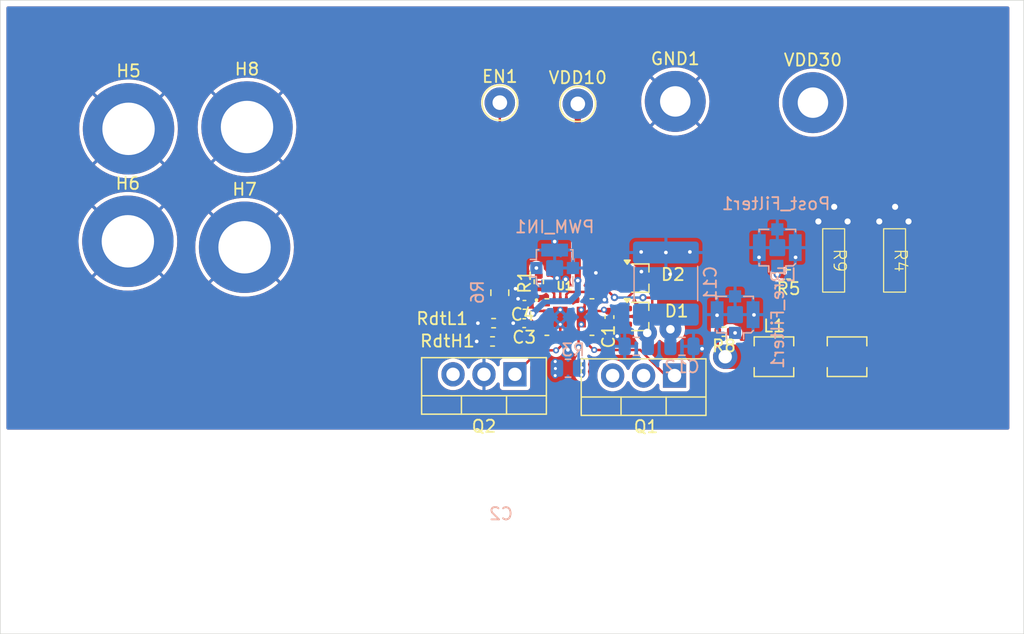
<source format=kicad_pcb>
(kicad_pcb (version 20240108) (generator "pcbnew") (generator_version "8.0")
  (layers (0 "F.Cu" signal) (1 "In1.Cu" power) (2 "In2.Cu" mixed) (31 "B.Cu" power) (34 "B.Paste" user) (35 "F.Paste" user) (36 "B.SilkS" user "B.Silkscreen") (37 "F.SilkS" user "F.Silkscreen") (38 "B.Mask" user) (39 "F.Mask" user) (44 "Edge.Cuts" user))
  (net 0 "")
  (net 1 "GND")
  (net 2 "/Q2D")
  (net 3 "Net-(L1-Pad2)")
  (net 4 "Net-(U1-DLH)")
  (net 5 "Net-(U1-DHL)")
  (net 6 "/BST1")
  (net 7 "/HS1")
  (net 8 "/HB1")
  (net 9 "/VDD30")
  (net 10 "/VCC1")
  (net 11 "/VDD10")
  (net 12 "/EN1")
  (net 13 "/PWM1")
  (net 14 "/LO1")
  (net 15 "/RL1")
  (net 16 "/Pre_Filter1")
  (net 17 "/HO1")
  (net 18 "Net-(U1-PWM{slash}LI)")
  (net 19 "/N1RL")
  (footprint "Resistor_SMD:R_0402_1005Metric" (layer "F.Cu") (at 142.7 38.5 180)
    (property "Reference" "R5" (at 0 -1.17 0) (layer "F.SilkS"))
    (property "Value" "47")
    (fp_line (start -0.153641 0.38) (end 0.153641 0.38) (stroke (width 0.12)) (layer "F.SilkS"))
    (fp_line (start -0.153641 -0.38) (end 0.153641 -0.38) (stroke (width 0.12)) (layer "F.SilkS"))
    (pad "1" smd roundrect (at -0.51 0 180) (size 0.54 0.64) (layers "F.Cu" "F.Paste" "F.Mask") (net 19 "/N1RL"))
    (pad "2" smd roundrect (at 0.51 0 180) (size 0.54 0.64) (layers "F.Cu" "F.Paste" "F.Mask") (net 15 "/RL1"))
  )
  (footprint "TestPoint:TestPoint_THTPad_D2.5mm_Drill1.2mm" (layer "F.Cu") (at 119 24.4)
    (property "Reference" "EN1" (at 0 -2.148 0) (layer "F.SilkS"))
    (property "Value" "MountingHole_Pad")
    (fp_circle (center 0 0) (end 0 1.45) (stroke (width 0.12)) (fill none) (layer "F.SilkS"))
    (pad "1" thru_hole circle (at 0 0) (size 2.5 2.5) (drill 1.2) (layers "*.Cu" "*.Mask") (net 12 "/EN1"))
  )
  (footprint "MountingHole:MountingHole_2.5mm_Pad_TopBottom" (layer "F.Cu") (at 133.4 24.3)
    (property "Reference" "GND1" (at 0 -3.5 0) (layer "F.SilkS"))
    (property "Value" "MountingHole_Pad")
    (pad "1" thru_hole circle (at 0 0) (size 2.9 2.9) (drill 2.5) (layers "*.Cu" "*.Mask") (net 1 "GND"))
    (pad "1" connect circle (at 0 0) (size 5 5) (layers "F.Cu" "F.Mask") (net 1 "GND"))
    (pad "1" connect circle (at 0 0) (size 5 5) (layers "B.Cu" "B.Mask") (net 1 "GND"))
  )
  (footprint "Package_TO_SOT_SMD:SOT-323_SC-70" (layer "F.Cu") (at 130.51 38.8)
    (property "Reference" "D2" (at 2.7 -0.29 0) (layer "F.SilkS"))
    (property "Value" "D_Schottky")
    (fp_line (start -0.68 -1.16) (end 0.73 -1.16) (stroke (width 0.12)) (layer "F.SilkS"))
    (fp_line (start -0.68 1.16) (end 0.73 1.16) (stroke (width 0.12)) (layer "F.SilkS"))
    (fp_line (start 0.73 -1.16) (end 0.73 -0.5) (stroke (width 0.12)) (layer "F.SilkS"))
    (fp_line (start 0.73 0.5) (end 0.73 1.16) (stroke (width 0.12)) (layer "F.SilkS"))
    (fp_poly (pts (xy -1.05 -1.14) (xy -1.29 -1.47) (xy -0.81 -1.47) (xy -1.05 -1.14)) (stroke (width 0.12)) (fill solid) (layer "F.SilkS"))
    (pad "1" smd roundrect (at -1 -0.65 270) (size 0.45 0.7) (layers "F.Cu" "F.Paste" "F.Mask") (net 8 "/HB1"))
    (pad "2" smd roundrect (at -1 0.65 270) (size 0.45 0.7) (layers "F.Cu" "F.Paste" "F.Mask"))
    (pad "3" smd roundrect (at 1 0 270) (size 0.45 0.7) (layers "F.Cu" "F.Paste" "F.Mask") (net 6 "/BST1"))
  )
  (footprint "Resistor_SMD:R_0402_1005Metric" (layer "F.Cu") (at 137.4 43.2 180)
    (property "Reference" "R8" (at 0 -1.17 0) (layer "F.SilkS"))
    (property "Value" "47")
    (fp_line (start -0.153641 0.38) (end 0.153641 0.38) (stroke (width 0.12)) (layer "F.SilkS"))
    (fp_line (start -0.153641 -0.38) (end 0.153641 -0.38) (stroke (width 0.12)) (layer "F.SilkS"))
    (pad "1" smd roundrect (at -0.51 0 180) (size 0.54 0.64) (layers "F.Cu" "F.Paste" "F.Mask") (net 16 "/Pre_Filter1"))
    (pad "2" smd roundrect (at 0.51 0 180) (size 0.54 0.64) (layers "F.Cu" "F.Paste" "F.Mask") (net 7 "/HS1"))
  )
  (footprint "MountingHole:MountingHole_4.3mm_M4_DIN965_Pad_TopBottom" (layer "F.Cu") (at 88.525 26.55)
    (property "Reference" "H5" (at 0 -4.75 0) (layer "F.SilkS"))
    (property "Value" "MountingHole_Pad")
    (pad "1" thru_hole circle (at 0 0) (size 4.7 4.7) (drill 4.3) (layers "*.Cu" "*.Mask") (net 1 "GND"))
    (pad "1" connect circle (at 0 0) (size 7.5 7.5) (layers "F.Cu" "F.Mask") (net 1 "GND"))
    (pad "1" connect circle (at 0 0) (size 7.5 7.5) (layers "B.Cu" "B.Mask") (net 1 "GND"))
  )
  (footprint "Resistor_SMD:R_0805_2012Metric" (layer "F.Cu") (at 119 40 -90)
    (property "Reference" "R6" (at -0.04 1.83 90) (layer "B.SilkS") (effects (justify mirror)))
    (property "Value" "0")
    (fp_line (start -0.227064 0.735) (end 0.227064 0.735) (stroke (width 0.12)) (layer "F.SilkS"))
    (fp_line (start -0.227064 -0.735) (end 0.227064 -0.735) (stroke (width 0.12)) (layer "F.SilkS"))
    (pad "1" smd roundrect (at -0.9125 0 270) (size 1.025 1.4) (layers "F.Cu" "F.Paste" "F.Mask") (roundrect_rratio 0.243902) (net 12 "/EN1"))
    (pad "2" smd roundrect (at 0.9125 0 270) (size 1.025 1.4) (layers "F.Cu" "F.Paste" "F.Mask") (roundrect_rratio 0.243902) (net 10 "/VCC1"))
  )
  (footprint "Resistor_SMD:R_0402_1005Metric" (layer "F.Cu") (at 118.4025 44)
    (property "Reference" "RdtH1" (at -3.7025 -0.03 0) (layer "F.SilkS"))
    (property "Value" "1.8M")
    (fp_line (start -0.153641 -0.38) (end 0.153641 -0.38) (stroke (width 0.12)) (layer "F.SilkS"))
    (fp_line (start -0.153641 0.38) (end 0.153641 0.38) (stroke (width 0.12)) (layer "F.SilkS"))
    (pad "1" smd roundrect (at -0.51 0) (size 0.54 0.64) (layers "F.Cu" "F.Paste" "F.Mask") (net 1 "GND"))
    (pad "2" smd roundrect (at 0.51 0) (size 0.54 0.64) (layers "F.Cu" "F.Paste" "F.Mask") (net 4 "Net-(U1-DLH)"))
  )
  (footprint "MyResistors:RWS5" (layer "F.Cu") (at 146.4 37.35 -90)
    (property "Reference" "R9" (at 0 -0.5 -90) (layer "F.SilkS") (effects (font (thickness 0.1))))
    (property "Value" "470")
    (fp_rect (start -2.6 -0.9) (end 2.6 0.9) (stroke (width 0.1)) (fill none) (layer "F.SilkS"))
    (pad "1" smd roundrect (at -3.24 0 270) (size 1.98 2.16) (layers "F.Cu" "F.Mask") (roundrect_rratio 0.0404040404) (net 1 "GND"))
    (pad "2" smd roundrect (at 3.24 0 270) (size 1.98 2.16) (layers "F.Cu" "F.Mask") (roundrect_rratio 0.0404040404) (net 19 "/N1RL"))
  )
  (footprint "Inductor_SMD:L_Vishay_IHLP-1212" (layer "F.Cu") (at 141.5 45.255)
    (property "Reference" "L1" (at 0 -2.524 0) (layer "F.SilkS"))
    (property "Value" "L")
    (fp_line (start -1.624 -1.624) (end 1.624 -1.624) (stroke (width 0.12)) (layer "F.SilkS"))
    (fp_line (start -1.624 -0.9) (end -1.624 -1.624) (stroke (width 0.12)) (layer "F.SilkS"))
    (fp_line (start -1.624 0.9) (end -1.624 1.624) (stroke (width 0.12)) (layer "F.SilkS"))
    (fp_line (start -1.624 1.624) (end 1.624 1.624) (stroke (width 0.12)) (layer "F.SilkS"))
    (fp_line (start 1.624 -1.624) (end 1.624 -0.9) (stroke (width 0.12)) (layer "F.SilkS"))
    (fp_line (start 1.624 1.624) (end 1.624 0.9) (stroke (width 0.12)) (layer "F.SilkS"))
    (pad "1" smd rect (at -1.35 0) (size 1.5 1.2) (layers "F.Cu" "F.Paste" "F.Mask") (net 7 "/HS1"))
    (pad "2" smd rect (at 1.35 0) (size 1.5 1.2) (layers "F.Cu" "F.Paste" "F.Mask") (net 3 "Net-(L1-Pad2)"))
  )
  (footprint "Package_TO_SOT_THT:TO-220-3_Vertical" (layer "F.Cu") (at 133.34 46.8 180)
    (property "Reference" "Q1" (at 2.34 -4.2 180) (layer "F.SilkS"))
    (property "Value" "Q_NMOS_GSD")
    (fp_line (start 7.66 -3.27) (end 7.66 1.371) (stroke (width 0.12)) (layer "F.SilkS"))
    (fp_line (start 4.391 -3.27) (end 4.391 -1.76) (stroke (width 0.12)) (layer "F.SilkS"))
    (fp_line (start 0.69 -3.27) (end 0.69 -1.76) (stroke (width 0.12)) (layer "F.SilkS"))
    (fp_line (start -2.58 1.371) (end 7.66 1.371) (stroke (width 0.12)) (layer "F.SilkS"))
    (fp_line (start -2.58 -1.76) (end 7.66 -1.76) (stroke (width 0.12)) (layer "F.SilkS"))
    (fp_line (start -2.58 -3.27) (end 7.66 -3.27) (stroke (width 0.12)) (layer "F.SilkS"))
    (fp_line (start -2.58 -3.27) (end -2.58 1.371) (stroke (width 0.12)) (layer "F.SilkS"))
    (pad "1" thru_hole rect (at 0 0 180) (size 1.905 2) (drill 1.1) (layers "*.Cu" "*.Mask") (net 17 "/HO1"))
    (pad "2" thru_hole oval (at 2.54 0 180) (size 1.905 2) (drill 1.1) (layers "*.Cu" "*.Mask") (net 7 "/HS1"))
    (pad "3" thru_hole oval (at 5.08 0 180) (size 1.905 2) (drill 1.1) (layers "*.Cu" "*.Mask") (net 9 "/VDD30"))
  )
  (footprint "Inductor_SMD:L_Vishay_IHLP-1212" (layer "F.Cu") (at 147.5 45.255)
    (property "Reference" "L5" (at -5.025 -6.724 0) (layer "B.SilkS") (effects (justify mirror)))
    (property "Value" "L")
    (fp_line (start -1.624 -1.624) (end 1.624 -1.624) (stroke (width 0.12)) (layer "F.SilkS"))
    (fp_line (start -1.624 -0.9) (end -1.624 -1.624) (stroke (width 0.12)) (layer "F.SilkS"))
    (fp_line (start -1.624 0.9) (end -1.624 1.624) (stroke (width 0.12)) (layer "F.SilkS"))
    (fp_line (start -1.624 1.624) (end 1.624 1.624) (stroke (width 0.12)) (layer "F.SilkS"))
    (fp_line (start 1.624 -1.624) (end 1.624 -0.9) (stroke (width 0.12)) (layer "F.SilkS"))
    (fp_line (start 1.624 1.624) (end 1.624 0.9) (stroke (width 0.12)) (layer "F.SilkS"))
    (pad "1" smd rect (at -1.35 0) (size 1.5 1.2) (layers "F.Cu" "F.Paste" "F.Mask") (net 3 "Net-(L1-Pad2)"))
    (pad "2" smd rect (at 1.35 0) (size 1.5 1.2) (layers "F.Cu" "F.Paste" "F.Mask") (net 19 "/N1RL"))
  )
  (footprint "MyResistors:RWS5" (layer "F.Cu") (at 151.4 37.35 -90)
    (property "Reference" "R4" (at 0 -0.5 -90) (layer "F.SilkS") (effects (font (thickness 0.1))))
    (property "Value" "470")
    (fp_rect (start -2.6 -0.9) (end 2.6 0.9) (stroke (width 0.1)) (fill none) (layer "F.SilkS"))
    (pad "1" smd roundrect (at -3.24 0 270) (size 1.98 2.16) (layers "F.Cu" "F.Mask") (roundrect_rratio 0.0404040404) (net 1 "GND"))
    (pad "2" smd roundrect (at 3.24 0 270) (size 1.98 2.16) (layers "F.Cu" "F.Mask") (roundrect_rratio 0.0404040404) (net 19 "/N1RL"))
  )
  (footprint "Capacitor_SMD:C_0402_1005Metric" (layer "F.Cu") (at 121 42.5 180)
    (property "Reference" "C3" (at 0 -1.16 180) (layer "F.SilkS"))
    (property "Value" "4.7u")
    (fp_line (start -0.107836 0.36) (end 0.107836 0.36) (stroke (width 0.12)) (layer "F.SilkS"))
    (fp_line (start -0.107836 -0.36) (end 0.107836 -0.36) (stroke (width 0.12)) (layer "F.SilkS"))
    (pad "1" smd roundrect (at -0.48 0 180) (size 0.56 0.62) (layers "F.Cu" "F.Paste" "F.Mask") (net 10 "/VCC1"))
    (pad "2" smd roundrect (at 0.48 0 180) (size 0.56 0.62) (layers "F.Cu" "F.Paste" "F.Mask") (net 1 "GND"))
  )
  (footprint "MountingHole:MountingHole_2.5mm_Pad_TopBottom" (layer "F.Cu") (at 144.7 24.4)
    (property "Reference" "VDD30" (at 0 -3.5 0) (layer "F.SilkS"))
    (property "Value" "MountingHole_Pad")
    (pad "1" thru_hole circle (at 0 0) (size 2.9 2.9) (drill 2.5) (layers "*.Cu" "*.Mask") (net 9 "/VDD30"))
    (pad "1" connect circle (at 0 0) (size 5 5) (layers "F.Cu" "F.Mask") (net 9 "/VDD30"))
    (pad "1" connect circle (at 0 0) (size 5 5) (layers "B.Cu" "B.Mask") (net 9 "/VDD30"))
  )
  (footprint "Capacitor_SMD:C_0402_1005Metric" (layer "F.Cu") (at 128 42 90)
    (property "Reference" "C1" (at -1.6 -0.08 90) (layer "F.SilkS"))
    (property "Value" "1u")
    (fp_line (start -0.107836 -0.36) (end 0.107836 -0.36) (stroke (width 0.12)) (layer "F.SilkS"))
    (fp_line (start -0.107836 0.36) (end 0.107836 0.36) (stroke (width 0.12)) (layer "F.SilkS"))
    (pad "1" smd roundrect (at -0.48 0 90) (size 0.56 0.62) (layers "F.Cu" "F.Paste" "F.Mask") (net 8 "/HB1"))
    (pad "2" smd roundrect (at 0.48 0 90) (size 0.56 0.62) (layers "F.Cu" "F.Paste" "F.Mask") (net 7 "/HS1"))
  )
  (footprint "MountingHole:MountingHole_4.3mm_M4_DIN965_Pad_TopBottom" (layer "F.Cu") (at 88.47 35.78)
    (property "Reference" "H6" (at 0 -4.75 0) (layer "F.SilkS"))
    (property "Value" "MountingHole_Pad")
    (pad "1" thru_hole circle (at 0 0) (size 4.7 4.7) (drill 4.3) (layers "*.Cu" "*.Mask") (net 1 "GND"))
    (pad "1" connect circle (at 0 0) (size 7.5 7.5) (layers "F.Cu" "F.Mask") (net 1 "GND"))
    (pad "1" connect circle (at 0 0) (size 7.5 7.5) (layers "B.Cu" "B.Mask") (net 1 "GND"))
  )
  (footprint "MountingHole:MountingHole_4.3mm_M4_DIN965_Pad_TopBottom" (layer "F.Cu") (at 98.25 26.4)
    (property "Reference" "H8" (at 0 -4.75 0) (layer "F.SilkS"))
    (property "Value" "MountingHole_Pad")
    (pad "1" thru_hole circle (at 0 0) (size 4.7 4.7) (drill 4.3) (layers "*.Cu" "*.Mask") (net 1 "GND"))
    (pad "1" connect circle (at 0 0) (size 7.5 7.5) (layers "F.Cu" "F.Mask") (net 1 "GND"))
    (pad "1" connect circle (at 0 0) (size 7.5 7.5) (layers "B.Cu" "B.Mask") (net 1 "GND"))
  )
  (footprint "Resistor_SMD:R_0402_1005Metric" (layer "F.Cu") (at 118.49 42.5)
    (property "Reference" "RdtL1" (at -4.22 -0.37 0) (layer "F.SilkS"))
    (property "Value" "1.8M")
    (fp_line (start -0.153641 -0.38) (end 0.153641 -0.38) (stroke (width 0.12)) (layer "F.SilkS"))
    (fp_line (start -0.153641 0.38) (end 0.153641 0.38) (stroke (width 0.12)) (layer "F.SilkS"))
    (pad "1" smd roundrect (at -0.51 0) (size 0.54 0.64) (layers "F.Cu" "F.Paste" "F.Mask") (net 1 "GND"))
    (pad "2" smd roundrect (at 0.51 0) (size 0.54 0.64) (layers "F.Cu" "F.Paste" "F.Mask") (net 5 "Net-(U1-DHL)"))
  )
  (footprint "Package_TO_SOT_THT:TO-220-3_Vertical" (layer "F.Cu") (at 120.24 46.7 180)
    (property "Reference" "Q2" (at 2.54 -4.27 0) (layer "F.SilkS"))
    (property "Value" "Q_NMOS_GSD")
    (fp_line (start 7.66 -3.27) (end 7.66 1.371) (stroke (width 0.12)) (layer "F.SilkS"))
    (fp_line (start 4.391 -3.27) (end 4.391 -1.76) (stroke (width 0.12)) (layer "F.SilkS"))
    (fp_line (start 0.69 -3.27) (end 0.69 -1.76) (stroke (width 0.12)) (layer "F.SilkS"))
    (fp_line (start -2.58 1.371) (end 7.66 1.371) (stroke (width 0.12)) (layer "F.SilkS"))
    (fp_line (start -2.58 -1.76) (end 7.66 -1.76) (stroke (width 0.12)) (layer "F.SilkS"))
    (fp_line (start -2.58 -3.27) (end 7.66 -3.27) (stroke (width 0.12)) (layer "F.SilkS"))
    (fp_line (start -2.58 -3.27) (end -2.58 1.371) (stroke (width 0.12)) (layer "F.SilkS"))
    (pad "1" thru_hole rect (at 0 0 180) (size 1.905 2) (drill 1.1) (layers "*.Cu" "*.Mask") (net 14 "/LO1"))
    (pad "2" thru_hole oval (at 2.54 0 180) (size 1.905 2) (drill 1.1) (layers "*.Cu" "*.Mask") (net 1 "GND"))
    (pad "3" thru_hole oval (at 5.08 0 180) (size 1.905 2) (drill 1.1) (layers "*.Cu" "*.Mask") (net 2 "/Q2D"))
  )
  (footprint "Capacitor_SMD:C_0402_1005Metric" (layer "F.Cu") (at 121.02 41)
    (property "Reference" "C4" (at -0.15 0.78 0) (layer "F.SilkS"))
    (property "Value" "1u")
    (fp_line (start -0.107836 -0.36) (end 0.107836 -0.36) (stroke (width 0.12)) (layer "F.SilkS"))
    (fp_line (start -0.107836 0.36) (end 0.107836 0.36) (stroke (width 0.12)) (layer "F.SilkS"))
    (pad "1" smd roundrect (at -0.48 0) (size 0.56 0.62) (layers "F.Cu" "F.Paste" "F.Mask") (net 1 "GND"))
    (pad "2" smd roundrect (at 0.48 0) (size 0.56 0.62) (layers "F.Cu" "F.Paste" "F.Mask") (net 11 "/VDD10"))
  )
  (footprint "Resistor_SMD:R_0402_1005Metric" (layer "F.Cu") (at 122.2 39.1 90)
    (property "Reference" "R1" (at 0 -1.17 90) (layer "F.SilkS"))
    (property "Value" "47")
    (fp_line (start -0.153641 -0.38) (end 0.153641 -0.38) (stroke (width 0.12)) (layer "F.SilkS"))
    (fp_line (start -0.153641 0.38) (end 0.153641 0.38) (stroke (width 0.12)) (layer "F.SilkS"))
    (pad "1" smd roundrect (at -0.51 0 90) (size 0.54 0.64) (layers "F.Cu" "F.Paste" "F.Mask") (net 18 "Net-(U1-PWM{slash}LI)"))
    (pad "2" smd roundrect (at 0.51 0 90) (size 0.54 0.64) (layers "F.Cu" "F.Paste" "F.Mask") (net 13 "/PWM1"))
  )
  (footprint "Drivers:IC_LMG1210RVRR" (layer "F.Cu") (at 124.7125 42)
    (property "Reference" "U1" (at -0.4025 -2.55 0) (layer "F.SilkS") (effects (font (size 0.64 0.64))))
    (property "Value" "LMG1210RVRR")
    (fp_line (start -2 1.5) (end -1.7 1.5) (stroke (width 0.127)) (layer "F.SilkS"))
    (fp_line (start -1.7 -1.5) (end -2 -1.5) (stroke (width 0.127)) (layer "F.SilkS"))
    (fp_line (start 1.7 1.5) (end 2 1.5) (stroke (width 0.127)) (layer "F.SilkS"))
    (fp_line (start 2 -1.5) (end 1.7 -1.5) (stroke (width 0.127)) (layer "F.SilkS"))
    (fp_circle (center -2.7 -1.4) (end -2.625 -1.4) (stroke (width 0.15)) (fill none) (layer "F.SilkS"))
    (pad "1" smd roundrect (at -1.9 -1) (size 0.6 0.25) (layers "F.Cu"))
    (pad "2" smd roundrect (at -1.9 -0.5) (size 0.6 0.25) (layers "F.Cu") (net 11 "/VDD10"))
    (pad "3" smd roundrect (at -1.9 0) (size 0.6 0.25) (layers "F.Cu") (net 1 "GND"))
    (pad "4" smd roundrect (at -1.9 0.5) (size 0.6 0.25) (layers "F.Cu") (net 10 "/VCC1"))
    (pad "5" smd roundrect (at -1.9 1) (size 0.6 0.25) (layers "F.Cu") (net 5 "Net-(U1-DHL)"))
    (pad "6" smd roundrect (at -1.25 1.4) (size 0.25 0.6) (layers "F.Cu") (net 4 "Net-(U1-DLH)"))
    (pad "7" smd roundrect (at -0.75 1.4) (size 0.25 0.6) (layers "F.Cu") (net 1 "GND"))
    (pad "8" smd roundrect (at -0.25 1.4) (size 0.25 0.6) (layers "F.Cu") (net 14 "/LO1"))
    (pad "9" smd roundrect (at 0.75 1.4) (size 0.25 0.6) (layers "F.Cu") (net 7 "/HS1"))
    (pad "10" smd roundrect (at 1.25 1.4) (size 0.25 0.6) (layers "F.Cu") (net 17 "/HO1"))
    (pad "11" smd roundrect (at 1.9 1) (size 0.6 0.25) (layers "F.Cu"))
    (pad "12" smd roundrect (at 1.9 0.5) (size 0.6 0.25) (layers "F.Cu") (net 8 "/HB1"))
    (pad "13" smd roundrect (at 1.9 0) (size 0.6 0.25) (layers "F.Cu") (net 7 "/HS1"))
    (pad "14" smd roundrect (at 1.9 -0.5) (size 0.6 0.25) (layers "F.Cu") (net 7 "/HS1"))
    (pad "15" smd roundrect (at 1.9 -1) (size 0.6 0.25) (layers "F.Cu"))
    (pad "16" smd roundrect (at 1.25 -1.4) (size 0.25 0.6) (layers "F.Cu") (net 7 "/HS1"))
    (pad "17" smd roundrect (at -0.25 -1.4) (size 0.25 0.6) (layers "F.Cu") (net 6 "/BST1"))
    (pad "18" smd roundrect (at -0.75 -1.4) (size 0.25 0.6) (layers "F.Cu") (net 12 "/EN1"))
    (pad "19" smd roundrect (at -1.25 -1.4) (size 0.25 0.6) (layers "F.Cu") (net 18 "Net-(U1-PWM{slash}LI)"))
    (pad "20" smd roundrect (at -0.75 0) (size 1.2 1.7) (layers "F.Cu") (roundrect_rratio 0.025) (net 1 "GND"))
    (pad "20_1" thru_hole circle (at -0.75 -0.6) (size 0.5 0.5) (drill 0.25) (layers "*.Cu") (net 1 "GND"))
    (pad "20_2" thru_hole circle (at -0.75 0.6) (size 0.5 0.5) (drill 0.25) (layers "*.Cu") (net 1 "GND"))
    (pad "21" smd roundrect (at 0.975 0) (size 0.75 1.7) (layers "F.Cu") (roundrect_rratio 0.025) (net 7 "/HS1"))
    (pad "21_1" thru_hole circle (at 0.975 -0.6) (size 0.5 0.5) (drill 0.25) (layers "*.Cu") (net 7 "/HS1"))
    (pad "21_2" thru_hole circle (at 0.975 0.6) (size 0.5 0.5) (drill 0.25) (layers "*.Cu") (net 7 "/HS1"))
  )
  (footprint "Package_TO_SOT_SMD:SOT-323_SC-70" (layer "F.Cu") (at 130.5 41.95)
    (property "Reference" "D1" (at 3.01 -0.44 0) (layer "F.SilkS"))
    (property "Value" "D_Schottky")
    (fp_line (start -0.68 -1.16) (end 0.73 -1.16) (stroke (width 0.12)) (layer "F.SilkS"))
    (fp_line (start -0.68 1.16) (end 0.73 1.16) (stroke (width 0.12)) (layer "F.SilkS"))
    (fp_line (start 0.73 -1.16) (end 0.73 -0.5) (stroke (width 0.12)) (layer "F.SilkS"))
    (fp_line (start 0.73 0.5) (end 0.73 1.16) (stroke (width 0.12)) (layer "F.SilkS"))
    (fp_poly (pts (xy -1.05 -1.14) (xy -1.29 -1.47) (xy -0.81 -1.47) (xy -1.05 -1.14)) (stroke (width 0.12)) (fill solid) (layer "F.SilkS"))
    (pad "1" smd roundrect (at -1 -0.65 270) (size 0.45 0.7) (layers "F.Cu" "F.Paste" "F.Mask") (net 8 "/HB1"))
    (pad "2" smd roundrect (at -1 0.65 270) (size 0.45 0.7) (layers "F.Cu" "F.Paste" "F.Mask"))
    (pad "3" smd roundrect (at 1 0 270) (size 0.45 0.7) (layers "F.Cu" "F.Paste" "F.Mask") (net 6 "/BST1"))
  )
  (footprint "" (layer "F.Cu") (at 127.55 41.4)
    (property "Reference" "" (at 0 0 0) (layer "F.SilkS") (effects (font (size 1.27 1.27))))
    (property "Value" "")
    (pad "21_1" thru_hole circle (at 0 0) (size 0.5 0.5) (drill 0.25) (layers "*.Cu") (net 7 "/HS1"))
  )
  (footprint "MountingHole:MountingHole_4.3mm_M4_DIN965_Pad_TopBottom" (layer "F.Cu") (at 98.05 36.27)
    (property "Reference" "H7" (at 0 -4.75 0) (layer "F.SilkS"))
    (property "Value" "MountingHole_Pad")
    (pad "1" thru_hole circle (at 0 0) (size 4.7 4.7) (drill 4.3) (layers "*.Cu" "*.Mask") (net 1 "GND"))
    (pad "1" connect circle (at 0 0) (size 7.5 7.5) (layers "F.Cu" "F.Mask") (net 1 "GND"))
    (pad "1" connect circle (at 0 0) (size 7.5 7.5) (layers "B.Cu" "B.Mask") (net 1 "GND"))
  )
  (footprint "TestPoint:TestPoint_THTPad_D2.5mm_Drill1.2mm" (layer "F.Cu") (at 125.4 24.5)
    (property "Reference" "VDD10" (at 0 -2.148 0) (layer "F.SilkS"))
    (property "Value" "MountingHole_Pad")
    (fp_circle (center 0 0) (end 0 1.45) (stroke (width 0.12)) (fill none) (layer "F.SilkS"))
    (pad "1" thru_hole circle (at 0 0) (size 2.5 2.5) (drill 1.2) (layers "*.Cu" "*.Mask") (net 11 "/VDD10"))
  )
  (footprint "Connector_Coaxial:U.FL_Molex_MCRF_73412-0110_Vertical" (layer "B.Cu") (at 123.5 37.975 90)
    (property "Reference" "PWM_IN1" (at 3.375 0 180) (layer "B.SilkS") (effects (justify mirror)))
    (property "Value" "Conn_Coaxial")
    (fp_line (start 0.7 -2) (end 0.7 -1.5) (stroke (width 0.12)) (layer "B.SilkS"))
    (fp_line (start -0.7 -2) (end -0.7 -1.5) (stroke (width 0.12)) (layer "B.SilkS"))
    (fp_line (start 1.5 -1.5) (end 1.5 -1.3) (stroke (width 0.12)) (layer "B.SilkS"))
    (fp_line (start 0.7 -1.5) (end 1.5 -1.5) (stroke (width 0.12)) (layer "B.SilkS"))
    (fp_line (start -1.3 -1.5) (end -0.7 -1.5) (stroke (width 0.12)) (layer "B.SilkS"))
    (fp_line (start -1.5 -1.3) (end -1.3 -1.5) (stroke (width 0.12)) (layer "B.SilkS"))
    (fp_line (start 1.5 1.3) (end 1.5 1.5) (stroke (width 0.12)) (layer "B.SilkS"))
    (fp_line (start 1.5 1.5) (end 0.7 1.5) (stroke (width 0.12)) (layer "B.SilkS"))
    (fp_line (start -0.7 1.5) (end -1.5 1.5) (stroke (width 0.12)) (layer "B.SilkS"))
    (fp_line (start -1.5 1.5) (end -1.5 1.3) (stroke (width 0.12)) (layer "B.SilkS"))
    (pad "1" smd rect (at 0 -1.5 90) (size 1 1) (layers "B.Cu" "B.Paste" "B.Mask") (net 13 "/PWM1"))
    (pad "2" smd rect (at -1.475 0 90) (size 1.05 2.2) (layers "B.Cu" "B.Paste" "B.Mask") (net 1 "GND"))
    (pad "2" smd rect (at 0 1.5 90) (size 1 1) (layers "B.Cu" "B.Paste" "B.Mask") (net 1 "GND"))
    (pad "2" smd rect (at 1.475 0 90) (size 1.05 2.2) (layers "B.Cu" "B.Paste" "B.Mask") (net 1 "GND"))
  )
  (footprint "Connector_Coaxial:U.FL_Molex_MCRF_73412-0110_Vertical" (layer "B.Cu") (at 141.775 36.3 180)
    (property "Reference" "Post_Filter1" (at 0.1 3.6 0) (layer "B.SilkS") (effects (justify mirror)))
    (property "Value" "Conn_Coaxial")
    (fp_line (start 1.5 1.5) (end 0.7 1.5) (stroke (width 0.12)) (layer "B.SilkS"))
    (fp_line (start 1.5 1.3) (end 1.5 1.5) (stroke (width 0.12)) (layer "B.SilkS"))
    (fp_line (start 1.5 -1.5) (end 1.5 -1.3) (stroke (width 0.12)) (layer "B.SilkS"))
    (fp_line (start 0.7 -1.5) (end 1.5 -1.5) (stroke (width 0.12)) (layer "B.SilkS"))
    (fp_line (start 0.7 -2) (end 0.7 -1.5) (stroke (width 0.12)) (layer "B.SilkS"))
    (fp_line (start -0.7 1.5) (end -1.5 1.5) (stroke (width 0.12)) (layer "B.SilkS"))
    (fp_line (start -0.7 -2) (end -0.7 -1.5) (stroke (width 0.12)) (layer "B.SilkS"))
    (fp_line (start -1.3 -1.5) (end -0.7 -1.5) (stroke (width 0.12)) (layer "B.SilkS"))
    (fp_line (start -1.5 1.5) (end -1.5 1.3) (stroke (width 0.12)) (layer "B.SilkS"))
    (fp_line (start -1.5 -1.3) (end -1.3 -1.5) (stroke (width 0.12)) (layer "B.SilkS"))
    (pad "1" smd rect (at 0 -1.5 180) (size 1 1) (layers "B.Cu" "B.Paste" "B.Mask") (net 15 "/RL1"))
    (pad "2" smd rect (at -1.475 0 180) (size 1.05 2.2) (layers "B.Cu" "B.Paste" "B.Mask") (net 1 "GND"))
    (pad "2" smd rect (at 0 1.5 180) (size 1 1) (layers "B.Cu" "B.Paste" "B.Mask") (net 1 "GND"))
    (pad "2" smd rect (at 1.475 0 180) (size 1.05 2.2) (layers "B.Cu" "B.Paste" "B.Mask") (net 1 "GND"))
  )
  (footprint "Capacitor_SMD:C_0805_2012Metric" (layer "B.Cu") (at 130.2 44.4 180)
    (property "Reference" "C2" (at 11.1 -13.75 0) (layer "B.SilkS") (effects (justify mirror)))
    (property "Value" "1u")
    (fp_line (start 0.261252 0.735) (end -0.261252 0.735) (stroke (width 0.12)) (layer "B.SilkS"))
    (fp_line (start 0.261252 -0.735) (end -0.261252 -0.735) (stroke (width 0.12)) (layer "B.SilkS"))
    (pad "1" smd roundrect (at -0.95 0 180) (size 1 1.45) (layers "B.Cu" "B.Paste" "B.Mask") (net 9 "/VDD30"))
    (pad "2" smd roundrect (at 0.95 0 180) (size 1 1.45) (layers "B.Cu" "B.Paste" "B.Mask") (net 1 "GND"))
  )
  (footprint "Resistor_SMD:R_0805_2012Metric" (layer "B.Cu") (at 124.6 46.2)
    (property "Reference" "R3" (at 0.4125 -1.5 0) (layer "B.SilkS") (effects (justify mirror)))
    (property "Value" "0")
    (fp_line (start 0.227064 -0.735) (end -0.227064 -0.735) (stroke (width 0.12)) (layer "B.SilkS"))
    (fp_line (start 0.227064 0.735) (end -0.227064 0.735) (stroke (width 0.12)) (layer "B.SilkS"))
    (pad "1" smd roundrect (at -0.9125 0) (size 1.025 1.4) (layers "B.Cu" "B.Paste" "B.Mask") (roundrect_rratio 0.243902) (net 2 "/Q2D"))
    (pad "2" smd roundrect (at 0.9125 0) (size 1.025 1.4) (layers "B.Cu" "B.Paste" "B.Mask") (roundrect_rratio 0.243902) (net 7 "/HS1"))
  )
  (footprint "Capacitor_SMD:C_2220_5750Metric" (layer "B.Cu") (at 132.63 39.25 90)
    (property "Reference" "C11" (at 0 3.65 90) (layer "B.SilkS") (effects (justify mirror)))
    (property "Value" "22u")
    (fp_line (start 1.415748 -2.61) (end -1.415748 -2.61) (stroke (width 0.12)) (layer "B.SilkS"))
    (fp_line (start 1.415748 2.61) (end -1.415748 2.61) (stroke (width 0.12)) (layer "B.SilkS"))
    (pad "1" smd roundrect (at -2.55 0 90) (size 1.8 5.4) (layers "B.Cu" "B.Paste" "B.Mask") (roundrect_rratio 0.138889) (net 9 "/VDD30"))
    (pad "2" smd roundrect (at 2.55 0 90) (size 1.8 5.4) (layers "B.Cu" "B.Paste" "B.Mask") (roundrect_rratio 0.138889) (net 1 "GND"))
  )
  (footprint "Connector_Coaxial:U.FL_Molex_MCRF_73412-0110_Vertical" (layer "B.Cu") (at 138.31 41.8 180)
    (property "Reference" "Pre_Filter1" (at -3.5 -0.4 90) (layer "B.SilkS") (effects (justify mirror)))
    (property "Value" "Conn_Coaxial")
    (fp_line (start 1.5 1.5) (end 0.7 1.5) (stroke (width 0.12)) (layer "B.SilkS"))
    (fp_line (start 1.5 1.3) (end 1.5 1.5) (stroke (width 0.12)) (layer "B.SilkS"))
    (fp_line (start 1.5 -1.5) (end 1.5 -1.3) (stroke (width 0.12)) (layer "B.SilkS"))
    (fp_line (start 0.7 -1.5) (end 1.5 -1.5) (stroke (width 0.12)) (layer "B.SilkS"))
    (fp_line (start 0.7 -2) (end 0.7 -1.5) (stroke (width 0.12)) (layer "B.SilkS"))
    (fp_line (start -0.7 1.5) (end -1.5 1.5) (stroke (width 0.12)) (layer "B.SilkS"))
    (fp_line (start -0.7 -2) (end -0.7 -1.5) (stroke (width 0.12)) (layer "B.SilkS"))
    (fp_line (start -1.3 -1.5) (end -0.7 -1.5) (stroke (width 0.12)) (layer "B.SilkS"))
    (fp_line (start -1.5 1.5) (end -1.5 1.3) (stroke (width 0.12)) (layer "B.SilkS"))
    (fp_line (start -1.5 -1.3) (end -1.3 -1.5) (stroke (width 0.12)) (layer "B.SilkS"))
    (pad "1" smd rect (at 0 -1.5 180) (size 1 1) (layers "B.Cu" "B.Paste" "B.Mask") (net 16 "/Pre_Filter1"))
    (pad "2" smd rect (at -1.475 0 180) (size 1.05 2.2) (layers "B.Cu" "B.Paste" "B.Mask") (net 1 "GND"))
    (pad "2" smd rect (at 0 1.5 180) (size 1 1) (layers "B.Cu" "B.Paste" "B.Mask") (net 1 "GND"))
    (pad "2" smd rect (at 1.475 0 180) (size 1.05 2.2) (layers "B.Cu" "B.Paste" "B.Mask") (net 1 "GND"))
  )
  (footprint "Capacitor_SMD:C_0805_2012Metric" (layer "B.Cu") (at 133.95 44.4)
    (property "Reference" "C12" (at 0 1.68 0) (layer "B.SilkS") (effects (justify mirror)))
    (property "Value" "10n")
    (fp_line (start 0.261252 -0.735) (end -0.261252 -0.735) (stroke (width 0.12)) (layer "B.SilkS"))
    (fp_line (start 0.261252 0.735) (end -0.261252 0.735) (stroke (width 0.12)) (layer "B.SilkS"))
    (pad "1" smd roundrect (at -0.95 0) (size 1 1.45) (layers "B.Cu" "B.Paste" "B.Mask") (net 9 "/VDD30"))
    (pad "2" smd roundrect (at 0.95 0) (size 1 1.45) (layers "B.Cu" "B.Paste" "B.Mask") (net 1 "GND"))
  )
  (gr_rect (start 78 16) (end 162 68) (stroke (width 0.05)) (fill none) (layer "Edge.Cuts"))
  (segment (start 120.54 40.54) (end 120.5 40.5) (width 0.2) (layer "F.Cu") (net 1))
  (segment (start 143.25 37.1) (end 143.275 37.1) (width 0.2) (layer "F.Cu") (net 1))
  (segment (start 120.1 42.5) (end 120.52 42.5) (width 0.2) (layer "F.Cu") (net 1))
  (segment (start 120.54 41) (end 120.54 40.54) (width 0.2) (layer "F.Cu") (net 1))
  (segment (start 123.9625 43.4) (end 123.9625 42.6) (width 0.2) (layer "F.Cu") (net 1))
  (segment (start 140.3 37.1) (end 140.275 37.1) (width 0.2) (layer "F.Cu") (net 1))
  (segment (start 122.8125 42) (end 123.9625 42) (width 0.2) (layer "F.Cu") (net 1))
  (segment (start 117.98 42.5) (end 117.2 42.5) (width 0.2) (layer "F.Cu") (net 1))
  (segment (start 117.8925 44) (end 117.1 44) (width 0.2) (layer "F.Cu") (net 1))
  (via (at 140.275 37.1) (size 0.6) (drill 0.3) (layers "F.Cu" "B.Cu") (net 1))
  (via (at 132.63 36.7) (size 0.6) (drill 0.3) (layers "F.Cu" "B.Cu") (net 1))
  (via (at 120.5 40.5) (size 0.6) (drill 0.3) (layers "F.Cu" "B.Cu") (net 1))
  (via (at 126.882804 38.372438) (size 0.6) (drill 0.3) (layers "F.Cu" "B.Cu") (net 1))
  (via (at 143.275 37.1) (size 0.6) (drill 0.3) (layers "F.Cu" "B.Cu") (net 1))
  (via (at 130.62 38.27) (size 0.6) (drill 0.3) (layers "F.Cu" "B.Cu") (net 1))
  (via (at 123.7 38.8) (size 0.6) (drill 0.3) (layers "F.Cu" "B.Cu") (net 1))
  (via (at 146.445 32.95) (size 1) (drill 0.5) (layers "F.Cu" "B.Cu") (net 1))
  (via (at 132.97 38.49) (size 0.6) (drill 0.3) (layers "F.Cu" "B.Cu") (net 1))
  (via (at 117.2 42.5) (size 0.6) (drill 0.3) (layers "F.Cu" "B.Cu") (net 1))
  (via (at 139.86 41.82) (size 0.6) (drill 0.3) (layers "F.Cu" "B.Cu") (net 1))
  (via (at 147.545 34.15) (size 1) (drill 0.5) (layers "F.Cu" "B.Cu") (net 1))
  (via (at 123.5 35.8) (size 0.6) (drill 0.3) (layers "F.Cu" "B.Cu") (net 1))
  (via (at 120.29 39.67) (size 0.6) (drill 0.3) (layers "F.Cu" "B.Cu") (net 1))
  (via (at 145.145 34.15) (size 1) (drill 0.5) (layers "F.Cu" "B.Cu") (net 1))
  (via (at 127.59 40.58) (size 0.6) (drill 0.3) (layers "F.Cu" "B.Cu") (net 1))
  (via (at 117.1 44) (size 0.6) (drill 0.3) (layers "F.Cu" "B.Cu") (net 1))
  (via (at 150.145 34.15) (size 1) (drill 0.5) (layers "F.Cu" "B.Cu") (net 1))
  (via (at 152.545 34.15) (size 1) (drill 0.5) (layers "F.Cu" "B.Cu") (net 1))
  (via (at 120.1 42.5) (size 0.6) (drill 0.3) (layers "F.Cu" "B.Cu") (net 1))
  (via (at 135.6 44.6) (size 0.6) (drill 0.3) (layers "F.Cu" "B.Cu") (net 1))
  (via (at 124.4 38.9) (size 0.6) (drill 0.3) (layers "F.Cu" "B.Cu") (net 1))
  (via (at 124.59 44.69) (size 0.6) (drill 0.3) (layers "F.Cu" "B.Cu") (net 1))
  (via (at 134.6 36.655) (size 0.6) (drill 0.3) (layers "F.Cu" "B.Cu") (net 1))
  (via (at 130.6 36.655) (size 0.6) (drill 0.3) (layers "F.Cu" "B.Cu") (net 1))
  (via (at 151.445 32.95) (size 1) (drill 0.5) (layers "F.Cu" "B.Cu") (net 1))
  (via (at 128.63 43.57) (size 0.6) (drill 0.3) (layers "F.Cu" "B.Cu") (net 1))
  (via (at 136.83 41.85) (size 0.6) (drill 0.3) (layers "F.Cu" "B.Cu") (net 1))
  (segment (start 139.785 41.8) (end 139.84 41.8) (width 0.2) (layer "B.Cu") (net 1))
  (segment (start 128.63 43.57) (end 128.63 43.78) (width 0.2) (layer "B.Cu") (net 1))
  (segment (start 136.835 41.8) (end 136.835 41.845) (width 0.2) (layer "B.Cu") (net 1))
  (segment (start 136.835 41.845) (end 136.83 41.85) (width 0.2) (layer "B.Cu") (net 1))
  (segment (start 139.84 41.8) (end 139.86 41.82) (width 0.2) (layer "B.Cu") (net 1))
  (segment (start 123.5 36.5) (end 123.5 35.8) (width 0.2) (layer "B.Cu") (net 1))
  (segment (start 124 37) (end 123.5 36.5) (width 0.2) (layer "B.Cu") (net 1))
  (segment (start 134.9 44.4) (end 135.4 44.4) (width 0.2) (layer "B.Cu") (net 1))
  (segment (start 135.4 44.4) (end 135.6 44.6) (width 0.2) (layer "B.Cu") (net 1))
  (segment (start 128.63 43.78) (end 129.25 44.4) (width 0.2) (layer "B.Cu") (net 1))
  (via blind (at 123.543 46.802) (size 0.5) (drill 0.25) (layers "In2.Cu" "B.Cu") (net 2))
  (via blind (at 123.562 46.225) (size 0.5) (drill 0.25) (layers "In2.Cu" "B.Cu") (net 2))
  (via blind (at 123.546 45.648) (size 0.5) (drill 0.25) (layers "In2.Cu" "B.Cu") (net 2))
  (segment (start 142.85 45.255) (end 146.15 45.255) (width 2) (layer "F.Cu") (net 3))
  (segment (start 123.4625 43.4) (end 123.4625 43.893433) (width 0.2) (layer "F.Cu") (net 4))
  (segment (start 123.355933 44) (end 118.9125 44) (width 0.2) (layer "F.Cu") (net 4))
  (segment (start 123.4625 43.893433) (end 123.355933 44) (width 0.2) (layer "F.Cu") (net 4))
  (segment (start 122.175 43.125) (end 119.625 43.125) (width 0.2) (layer "F.Cu") (net 5))
  (segment (start 122.3 43) (end 122.175 43.125) (width 0.2) (layer "F.Cu") (net 5))
  (segment (start 119 42.5) (end 119.625 43.125) (width 0.2) (layer "F.Cu") (net 5))
  (segment (start 122.8125 43) (end 122.3 43) (width 0.2) (layer "F.Cu") (net 5))
  (segment (start 131.51 40.41) (end 131.51 41.94) (width 0.2) (layer "F.Cu") (net 6))
  (segment (start 131.51 40.41) (end 130.755376 40.41) (width 0.2) (layer "F.Cu") (net 6))
  (segment (start 130.745376 40.4) (end 130.54 40.4) (width 0.2) (layer "F.Cu") (net 6))
  (segment (start 130.745376 40.4) (end 130.755376 40.41) (width 0.2) (layer "F.Cu") (net 6))
  (segment (start 127.97 39.95) (end 127.97 39.93648) (width 0.2) (layer "F.Cu") (net 6))
  (segment (start 128.41 40.39) (end 127.97 39.95) (width 0.2) (layer "F.Cu") (net 6))
  (segment (start 124.4625 40.1375) (end 124.4625 40.6) (width 0.2) (layer "F.Cu") (net 6))
  (segment (start 127.97 39.93648) (end 124.66352 39.93648) (width 0.2) (layer "F.Cu") (net 6))
  (segment (start 124.66352 39.93648) (end 124.4625 40.1375) (width 0.2) (layer "F.Cu") (net 6))
  (segment (start 131.51 41.94) (end 131.5 41.95) (width 0.2) (layer "F.Cu") (net 6))
  (segment (start 131.51 38.8) (end 131.51 40.41) (width 0.2) (layer "F.Cu") (net 6))
  (via (at 128.41 40.39) (size 0.6) (drill 0.3) (layers "F.Cu" "B.Cu") (net 6))
  (via (at 130.745376 40.4) (size 0.6) (drill 0.3) (layers "F.Cu" "B.Cu") (net 6))
  (segment (start 128.42 40.4) (end 128.41 40.39) (width 0.2) (layer "B.Cu") (net 6))
  (segment (start 130.745376 40.4) (end 128.42 40.4) (width 0.2) (layer "B.Cu") (net 6))
  (segment (start 125.7875 41.5) (end 125.6875 41.4) (width 0.2) (layer "F.Cu") (net 7))
  (segment (start 126.6125 41.5) (end 127.622182 41.5) (width 0.2) (layer "F.Cu") (net 7))
  (segment (start 125.4625 44.5) (end 125.4625 43.4) (width 0.2) (layer "F.Cu") (net 7))
  (segment (start 125.9625 41.125) (end 125.6875 41.4) (width 0.2) (layer "F.Cu") (net 7))
  (segment (start 126.6325 41.52) (end 126.6125 41.5) (width 0.2) (layer "F.Cu") (net 7))
  (segment (start 127.622182 41.5) (end 127.772182 41.65) (width 0.2) (layer "F.Cu") (net 7))
  (segment (start 125.4625 43.4) (end 125.4625 42.225) (width 0.2) (layer "F.Cu") (net 7))
  (segment (start 136.89 44.645) (end 137.5 45.255) (width 0.2) (layer "F.Cu") (net 7))
  (segment (start 126.6125 42) (end 125.6875 42) (width 0.2) (layer "F.Cu") (net 7))
  (segment (start 125.9625 40.6) (end 125.9625 41.125) (width 0.2) (layer "F.Cu") (net 7))
  (segment (start 126.6125 41.5) (end 126.1875 41.5) (width 0.2) (layer "F.Cu") (net 7))
  (segment (start 126.1875 41.5) (end 125.6875 42) (width 0.2) (layer "F.Cu") (net 7))
  (segment (start 125.4625 42.225) (end 125.6875 42) (width 0.2) (layer "F.Cu") (net 7))
  (segment (start 127.772182 41.65) (end 128 41.65) (width 0.2) (layer "F.Cu") (net 7))
  (segment (start 137.5 45.255) (end 140.15 45.255) (width 2) (layer "F.Cu") (net 7))
  (segment (start 136.89 43.2) (end 136.89 44.645) (width 0.2) (layer "F.Cu") (net 7))
  (via (at 125.4625 44.5) (size 0.6) (drill 0.3) (layers "F.Cu" "B.Cu") (net 7))
  (via (at 137.5 45.255) (size 2) (drill 1.1) (layers "F.Cu" "B.Cu") (net 7))
  (via (at 125.746 46.165) (size 0.5) (drill 0.25) (layers "F.Cu" "B.Cu") (net 7))
  (via (at 125.727 46.738) (size 0.5) (drill 0.25) (layers "F.Cu" "B.Cu") (net 7))
  (via (at 125.75 45.597) (size 0.5) (drill 0.25) (layers "F.Cu" "B.Cu") (net 7))
  (segment (start 125.4625 44.5) (end 125.4625 46.15) (width 0.2) (layer "B.Cu") (net 7))
  (segment (start 125.4625 46.15) (end 125.5125 46.2) (width 0.2) (layer "B.Cu") (net 7))
  (segment (start 130.25 39.64648) (end 130.25 38.89) (width 0.2) (layer "F.Cu") (net 8))
  (segment (start 127.3 42.5) (end 127.32 42.48) (width 0.2) (layer "F.Cu") (net 8))
  (segment (start 128 42.48) (end 128.32 42.48) (width 0.2) (layer "F.Cu") (net 8))
  (segment (start 129.5 41.3) (end 129.5 40.39648) (width 0.2) (layer "F.Cu") (net 8))
  (segment (start 130.25 38.89) (end 129.51 38.15) (width 0.2) (layer "F.Cu") (net 8))
  (segment (start 126.6325 42.48) (end 126.6125 42.5) (width 0.2) (layer "F.Cu") (net 8))
  (segment (start 127.32 42.48) (end 128 42.48) (width 0.2) (layer "F.Cu") (net 8))
  (segment (start 126.6125 42.5) (end 127.3 42.5) (width 0.2) (layer "F.Cu") (net 8))
  (segment (start 128.32 42.48) (end 129.5 41.3) (width 0.2) (layer "F.Cu") (net 8))
  (segment (start 129.5 40.39648) (end 130.25 39.64648) (width 0.2) (layer "F.Cu") (net 8))
  (segment (start 128.46 46.46) (end 128.46 46.6) (width 0.2) (layer "F.Cu") (net 9))
  (via (at 131.1 43.3) (size 1.6) (drill 0.7) (layers "F.Cu" "B.Cu") (net 9))
  (via (at 133 43) (size 1.8) (drill 0.7) (layers "F.Cu" "B.Cu") (net 9))
  (segment (start 121.48 42.5) (end 120.87 41.89) (width 0.2) (layer "F.Cu") (net 10))
  (segment (start 120.87 41.89) (end 119.9775 41.89) (width 0.2) (layer "F.Cu") (net 10))
  (segment (start 122.8125 42.5) (end 121.48 42.5) (width 0.2) (layer "F.Cu") (net 10))
  (segment (start 119.9775 41.89) (end 119 40.9125) (width 0.2) (layer "F.Cu") (net 10))
  (segment (start 121.802947 41.697053) (end 121.717477 41.697053) (width 0.2) (layer "F.Cu") (net 11))
  (segment (start 125.4 39) (end 125.4 24.5) (width 0.5) (layer "F.Cu") (net 11))
  (segment (start 121.5 41) (end 122 41.5) (width 0.2) (layer "F.Cu") (net 11))
  (segment (start 122.8125 41.5) (end 122 41.5) (width 0.2) (layer "F.Cu") (net 11))
  (segment (start 122 41.5) (end 121.802947 41.697053) (width 0.2) (layer "F.Cu") (net 11))
  (via (at 121.717477 41.697053) (size 0.6) (drill 0.3) (layers "F.Cu" "B.Cu") (net 11))
  (via (at 125.4 39) (size 0.6) (drill 0.3) (layers "F.Cu" "B.Cu") (net 11))
  (segment (start 125.4 39) (end 125.4 40.075) (width 0.5) (layer "B.Cu") (net 11))
  (segment (start 125.4 40.075) (end 124.775 40.7) (width 0.5) (layer "B.Cu") (net 11))
  (segment (start 124.775 40.7) (end 122.71453 40.7) (width 0.5) (layer "B.Cu") (net 11))
  (segment (start 122.71453 40.7) (end 121.717477 41.697053) (width 0.5) (layer "B.Cu") (net 11))
  (segment (start 119 24.4) (end 119 37.2875) (width 0.2) (layer "F.Cu") (net 12))
  (segment (start 123.0875 39.0875) (end 123.9625 39.9625) (width 0.2) (layer "F.Cu") (net 12))
  (segment (start 123.0875 39.0875) (end 123.075 39.1) (width 0.15) (layer "F.Cu") (net 12))
  (segment (start 123.075 39.1) (end 120.8125 39.1) (width 0.15) (layer "F.Cu") (net 12))
  (segment (start 123.9625 39.9625) (end 123.9625 40.6) (width 0.2) (layer "F.Cu") (net 12))
  (segment (start 120.8 39.0875) (end 119 37.2875) (width 0.2) (layer "F.Cu") (net 12))
  (segment (start 120.8125 39.1) (end 120.8 39.0875) (width 0.15) (layer "F.Cu") (net 12))
  (segment (start 120.8 39.0875) (end 119 39.0875) (width 0.2) (layer "F.Cu") (net 12))
  (segment (start 121.99 38) (end 121.99 37.985) (width 0.2) (layer "F.Cu") (net 13))
  (segment (start 122.2 38.59) (end 122.2 38.175) (width 0.2) (layer "F.Cu") (net 13))
  (segment (start 122.2 38.175) (end 122 37.975) (width 0.2) (layer "F.Cu") (net 13))
  (segment (start 121.99 37.985) (end 122 37.975) (width 0.2) (layer "F.Cu") (net 13))
  (via (at 122 37.975) (size 0.6) (drill 0.3) (layers "F.Cu" "B.Cu") (net 13))
  (segment (start 124.4625 43.4) (end 124.4625 43.9375) (width 0.2) (layer "F.Cu") (net 14))
  (segment (start 124.4625 43.9375) (end 123.6 44.8) (width 0.2) (layer "F.Cu") (net 14))
  (segment (start 123.6 44.8) (end 123.6 44.744901) (width 0.2) (layer "F.Cu") (net 14))
  (segment (start 123.6 44.744901) (end 123.614239 44.730662) (width 0.2) (layer "F.Cu") (net 14))
  (segment (start 120.261522 46.7) (end 122.23086 44.730662) (width 0.2) (layer "F.Cu") (net 14))
  (segment (start 122.23086 44.730662) (end 123.614239 44.730662) (width 0.2) (layer "F.Cu") (net 14))
  (segment (start 120.24 46.7) (end 120.261522 46.7) (width 0.2) (layer "F.Cu") (net 14))
  (via (at 123.614239 44.730662) (size 0.5) (drill 0.25) (layers "F.Cu" "B.Cu") (net 14))
  (via (at 141.775 38.5) (size 0.6) (drill 0.3) (layers "F.Cu" "B.Cu") (net 15))
  (segment (start 141.775 38.5) (end 141.775 37.8) (width 0.2) (layer "B.Cu") (net 15))
  (via (at 138.31 43.3) (size 0.6) (drill 0.3) (layers "F.Cu" "B.Cu") (net 16))
  (segment (start 126.8 44.8) (end 126.75 44.75) (width 0.2) (layer "F.Cu") (net 17))
  (segment (start 133.34 46.8) (end 132.618802 46.8) (width 0.2) (layer "F.Cu") (net 17))
  (segment (start 125.9625 43.9625) (end 126.8 44.8) (width 0.2) (layer "F.Cu") (net 17))
  (segment (start 125.9625 43.4) (end 125.9625 43.9625) (width 0.2) (layer "F.Cu") (net 17))
  (segment (start 132.618802 46.8) (end 130.518802 44.7) (width 0.2) (layer "F.Cu") (net 17))
  (segment (start 126.75 44.75) (end 126.75 44.7) (width 0.2) (layer "F.Cu") (net 17))
  (segment (start 130.518802 44.7) (end 126.75 44.7) (width 0.2) (layer "F.Cu") (net 17))
  (via (at 126.75 44.7) (size 0.5) (drill 0.25) (layers "F.Cu" "B.Cu") (net 17))
  (segment (start 123.01 39.61) (end 122.2 39.61) (width 0.2) (layer "F.Cu") (net 18))
  (segment (start 123.4625 40.0625) (end 123.01 39.61) (width 0.2) (layer "F.Cu") (net 18))
  (segment (start 123.4625 40.6) (end 123.4625 40.0625) (width 0.2) (layer "F.Cu") (net 18))
  (segment (start 143.21 38.5) (end 144.31 38.5) (width 0.2) (layer "F.Cu") (net 19))
  (segment (start 148.9 45.3) (end 148.9 43.09) (width 2) (layer "F.Cu") (net 19))
  (segment (start 144.31 38.5) (end 146.4 40.59) (width 0.2) (layer "F.Cu") (net 19))
  (segment (start 148.9 43.09) (end 146.4 40.59) (width 2) (layer "F.Cu") (net 19))
  (segment (start 148.9 43.09) (end 151.4 40.59) (width 2) (layer "F.Cu") (net 19))
  (zone (net 1) (net_name "GND") (layers "F.Cu" "In1.Cu" "In2.Cu" "B.Cu") (priority 1) (connect_pads (clearance 0.3)) (min_thickness 0.25) (fill yes (thermal_gap 0.3) (thermal_bridge_width 0.25) (island_removal_mode 1) (island_area_min 10))
    (polygon (pts (xy 78.17 16.41) (xy 160.82 16.41) (xy 160.82 51.24) (xy 78.17 51.24)))
  )
)
</source>
